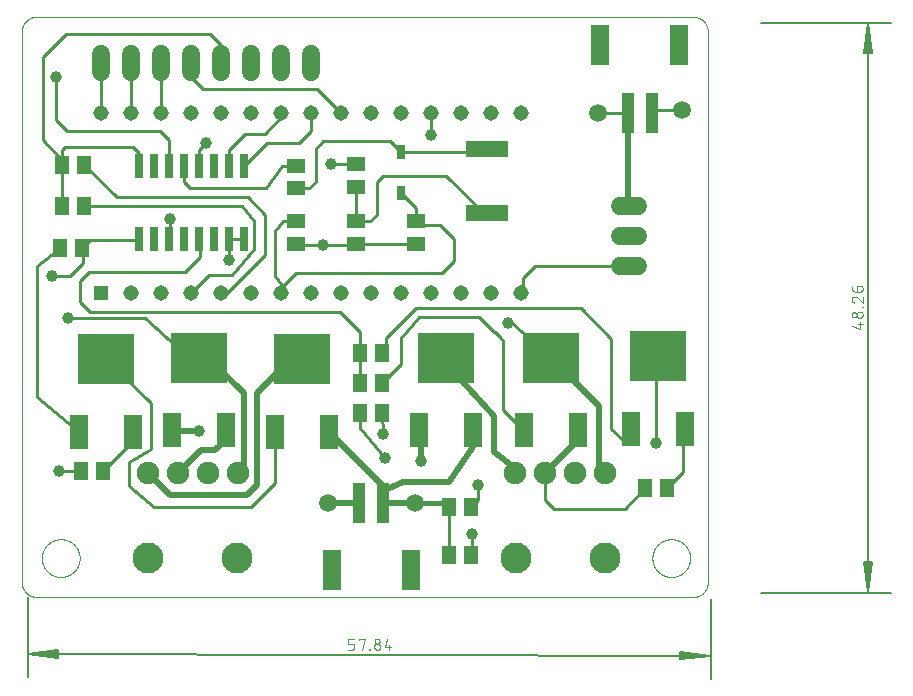
<source format=gtl>
G75*
%MOIN*%
%OFA0B0*%
%FSLAX25Y25*%
%IPPOS*%
%LPD*%
%AMOC8*
5,1,8,0,0,1.08239X$1,22.5*
%
%ADD10C,0.00000*%
%ADD11C,0.00512*%
%ADD12C,0.00300*%
%ADD13R,0.02953X0.04724*%
%ADD14R,0.05150X0.05150*%
%ADD15C,0.05150*%
%ADD16C,0.06000*%
%ADD17R,0.05906X0.05118*%
%ADD18C,0.07480*%
%ADD19C,0.10335*%
%ADD20R,0.14016X0.05512*%
%ADD21R,0.02600X0.08000*%
%ADD22R,0.06299X0.11811*%
%ADD23R,0.19000X0.16500*%
%ADD24R,0.03937X0.13780*%
%ADD25R,0.05906X0.13386*%
%ADD26R,0.05118X0.05906*%
%ADD27C,0.01000*%
%ADD28C,0.03962*%
%ADD29C,0.02000*%
%ADD30C,0.05906*%
%ADD31C,0.01600*%
%ADD32C,0.00600*%
D10*
X0025000Y0035000D02*
X0243701Y0035000D01*
X0243841Y0035002D01*
X0243981Y0035008D01*
X0244121Y0035018D01*
X0244261Y0035031D01*
X0244400Y0035049D01*
X0244539Y0035071D01*
X0244676Y0035096D01*
X0244814Y0035125D01*
X0244950Y0035158D01*
X0245085Y0035195D01*
X0245219Y0035236D01*
X0245352Y0035281D01*
X0245484Y0035329D01*
X0245614Y0035381D01*
X0245743Y0035436D01*
X0245870Y0035495D01*
X0245996Y0035558D01*
X0246120Y0035624D01*
X0246241Y0035693D01*
X0246361Y0035766D01*
X0246479Y0035843D01*
X0246594Y0035922D01*
X0246708Y0036005D01*
X0246818Y0036091D01*
X0246927Y0036180D01*
X0247033Y0036272D01*
X0247136Y0036367D01*
X0247237Y0036464D01*
X0247334Y0036565D01*
X0247429Y0036668D01*
X0247521Y0036774D01*
X0247610Y0036883D01*
X0247696Y0036993D01*
X0247779Y0037107D01*
X0247858Y0037222D01*
X0247935Y0037340D01*
X0248008Y0037460D01*
X0248077Y0037581D01*
X0248143Y0037705D01*
X0248206Y0037831D01*
X0248265Y0037958D01*
X0248320Y0038087D01*
X0248372Y0038217D01*
X0248420Y0038349D01*
X0248465Y0038482D01*
X0248506Y0038616D01*
X0248543Y0038751D01*
X0248576Y0038887D01*
X0248605Y0039025D01*
X0248630Y0039162D01*
X0248652Y0039301D01*
X0248670Y0039440D01*
X0248683Y0039580D01*
X0248693Y0039720D01*
X0248699Y0039860D01*
X0248701Y0040000D01*
X0248701Y0223461D01*
X0248699Y0223601D01*
X0248693Y0223741D01*
X0248683Y0223881D01*
X0248670Y0224021D01*
X0248652Y0224160D01*
X0248630Y0224299D01*
X0248605Y0224436D01*
X0248576Y0224574D01*
X0248543Y0224710D01*
X0248506Y0224845D01*
X0248465Y0224979D01*
X0248420Y0225112D01*
X0248372Y0225244D01*
X0248320Y0225374D01*
X0248265Y0225503D01*
X0248206Y0225630D01*
X0248143Y0225756D01*
X0248077Y0225880D01*
X0248008Y0226001D01*
X0247935Y0226121D01*
X0247858Y0226239D01*
X0247779Y0226354D01*
X0247696Y0226468D01*
X0247610Y0226578D01*
X0247521Y0226687D01*
X0247429Y0226793D01*
X0247334Y0226896D01*
X0247237Y0226997D01*
X0247136Y0227094D01*
X0247033Y0227189D01*
X0246927Y0227281D01*
X0246818Y0227370D01*
X0246708Y0227456D01*
X0246594Y0227539D01*
X0246479Y0227618D01*
X0246361Y0227695D01*
X0246241Y0227768D01*
X0246120Y0227837D01*
X0245996Y0227903D01*
X0245870Y0227966D01*
X0245743Y0228025D01*
X0245614Y0228080D01*
X0245484Y0228132D01*
X0245352Y0228180D01*
X0245219Y0228225D01*
X0245085Y0228266D01*
X0244950Y0228303D01*
X0244814Y0228336D01*
X0244676Y0228365D01*
X0244539Y0228390D01*
X0244400Y0228412D01*
X0244261Y0228430D01*
X0244121Y0228443D01*
X0243981Y0228453D01*
X0243841Y0228459D01*
X0243701Y0228461D01*
X0025000Y0228461D01*
X0024860Y0228459D01*
X0024720Y0228453D01*
X0024580Y0228443D01*
X0024440Y0228430D01*
X0024301Y0228412D01*
X0024162Y0228390D01*
X0024025Y0228365D01*
X0023887Y0228336D01*
X0023751Y0228303D01*
X0023616Y0228266D01*
X0023482Y0228225D01*
X0023349Y0228180D01*
X0023217Y0228132D01*
X0023087Y0228080D01*
X0022958Y0228025D01*
X0022831Y0227966D01*
X0022705Y0227903D01*
X0022581Y0227837D01*
X0022460Y0227768D01*
X0022340Y0227695D01*
X0022222Y0227618D01*
X0022107Y0227539D01*
X0021993Y0227456D01*
X0021883Y0227370D01*
X0021774Y0227281D01*
X0021668Y0227189D01*
X0021565Y0227094D01*
X0021464Y0226997D01*
X0021367Y0226896D01*
X0021272Y0226793D01*
X0021180Y0226687D01*
X0021091Y0226578D01*
X0021005Y0226468D01*
X0020922Y0226354D01*
X0020843Y0226239D01*
X0020766Y0226121D01*
X0020693Y0226001D01*
X0020624Y0225880D01*
X0020558Y0225756D01*
X0020495Y0225630D01*
X0020436Y0225503D01*
X0020381Y0225374D01*
X0020329Y0225244D01*
X0020281Y0225112D01*
X0020236Y0224979D01*
X0020195Y0224845D01*
X0020158Y0224710D01*
X0020125Y0224574D01*
X0020096Y0224436D01*
X0020071Y0224299D01*
X0020049Y0224160D01*
X0020031Y0224021D01*
X0020018Y0223881D01*
X0020008Y0223741D01*
X0020002Y0223601D01*
X0020000Y0223461D01*
X0020000Y0040000D01*
X0020002Y0039860D01*
X0020008Y0039720D01*
X0020018Y0039580D01*
X0020031Y0039440D01*
X0020049Y0039301D01*
X0020071Y0039162D01*
X0020096Y0039025D01*
X0020125Y0038887D01*
X0020158Y0038751D01*
X0020195Y0038616D01*
X0020236Y0038482D01*
X0020281Y0038349D01*
X0020329Y0038217D01*
X0020381Y0038087D01*
X0020436Y0037958D01*
X0020495Y0037831D01*
X0020558Y0037705D01*
X0020624Y0037581D01*
X0020693Y0037460D01*
X0020766Y0037340D01*
X0020843Y0037222D01*
X0020922Y0037107D01*
X0021005Y0036993D01*
X0021091Y0036883D01*
X0021180Y0036774D01*
X0021272Y0036668D01*
X0021367Y0036565D01*
X0021464Y0036464D01*
X0021565Y0036367D01*
X0021668Y0036272D01*
X0021774Y0036180D01*
X0021883Y0036091D01*
X0021993Y0036005D01*
X0022107Y0035922D01*
X0022222Y0035843D01*
X0022340Y0035766D01*
X0022460Y0035693D01*
X0022581Y0035624D01*
X0022705Y0035558D01*
X0022831Y0035495D01*
X0022958Y0035436D01*
X0023087Y0035381D01*
X0023217Y0035329D01*
X0023349Y0035281D01*
X0023482Y0035236D01*
X0023616Y0035195D01*
X0023751Y0035158D01*
X0023887Y0035125D01*
X0024025Y0035096D01*
X0024162Y0035071D01*
X0024301Y0035049D01*
X0024440Y0035031D01*
X0024580Y0035018D01*
X0024720Y0035008D01*
X0024860Y0035002D01*
X0025000Y0035000D01*
X0026700Y0048000D02*
X0026702Y0048158D01*
X0026708Y0048317D01*
X0026718Y0048475D01*
X0026732Y0048632D01*
X0026750Y0048790D01*
X0026771Y0048946D01*
X0026797Y0049103D01*
X0026827Y0049258D01*
X0026860Y0049413D01*
X0026898Y0049567D01*
X0026939Y0049720D01*
X0026984Y0049871D01*
X0027033Y0050022D01*
X0027086Y0050171D01*
X0027142Y0050319D01*
X0027203Y0050466D01*
X0027266Y0050611D01*
X0027334Y0050754D01*
X0027405Y0050895D01*
X0027479Y0051035D01*
X0027557Y0051173D01*
X0027639Y0051309D01*
X0027724Y0051442D01*
X0027812Y0051574D01*
X0027903Y0051703D01*
X0027998Y0051830D01*
X0028096Y0051954D01*
X0028197Y0052076D01*
X0028301Y0052196D01*
X0028407Y0052313D01*
X0028517Y0052427D01*
X0028630Y0052538D01*
X0028745Y0052646D01*
X0028864Y0052752D01*
X0028984Y0052854D01*
X0029107Y0052954D01*
X0029233Y0053050D01*
X0029361Y0053143D01*
X0029492Y0053233D01*
X0029624Y0053319D01*
X0029759Y0053402D01*
X0029896Y0053482D01*
X0030035Y0053558D01*
X0030175Y0053631D01*
X0030318Y0053700D01*
X0030462Y0053766D01*
X0030607Y0053828D01*
X0030755Y0053886D01*
X0030903Y0053941D01*
X0031053Y0053992D01*
X0031204Y0054039D01*
X0031357Y0054082D01*
X0031510Y0054121D01*
X0031664Y0054157D01*
X0031819Y0054188D01*
X0031975Y0054216D01*
X0032132Y0054240D01*
X0032289Y0054260D01*
X0032447Y0054276D01*
X0032604Y0054288D01*
X0032763Y0054296D01*
X0032921Y0054300D01*
X0033079Y0054300D01*
X0033237Y0054296D01*
X0033396Y0054288D01*
X0033553Y0054276D01*
X0033711Y0054260D01*
X0033868Y0054240D01*
X0034025Y0054216D01*
X0034181Y0054188D01*
X0034336Y0054157D01*
X0034490Y0054121D01*
X0034643Y0054082D01*
X0034796Y0054039D01*
X0034947Y0053992D01*
X0035097Y0053941D01*
X0035245Y0053886D01*
X0035393Y0053828D01*
X0035538Y0053766D01*
X0035682Y0053700D01*
X0035825Y0053631D01*
X0035965Y0053558D01*
X0036104Y0053482D01*
X0036241Y0053402D01*
X0036376Y0053319D01*
X0036508Y0053233D01*
X0036639Y0053143D01*
X0036767Y0053050D01*
X0036893Y0052954D01*
X0037016Y0052854D01*
X0037136Y0052752D01*
X0037255Y0052646D01*
X0037370Y0052538D01*
X0037483Y0052427D01*
X0037593Y0052313D01*
X0037699Y0052196D01*
X0037803Y0052076D01*
X0037904Y0051954D01*
X0038002Y0051830D01*
X0038097Y0051703D01*
X0038188Y0051574D01*
X0038276Y0051442D01*
X0038361Y0051309D01*
X0038443Y0051173D01*
X0038521Y0051035D01*
X0038595Y0050895D01*
X0038666Y0050754D01*
X0038734Y0050611D01*
X0038797Y0050466D01*
X0038858Y0050319D01*
X0038914Y0050171D01*
X0038967Y0050022D01*
X0039016Y0049871D01*
X0039061Y0049720D01*
X0039102Y0049567D01*
X0039140Y0049413D01*
X0039173Y0049258D01*
X0039203Y0049103D01*
X0039229Y0048946D01*
X0039250Y0048790D01*
X0039268Y0048632D01*
X0039282Y0048475D01*
X0039292Y0048317D01*
X0039298Y0048158D01*
X0039300Y0048000D01*
X0039298Y0047842D01*
X0039292Y0047683D01*
X0039282Y0047525D01*
X0039268Y0047368D01*
X0039250Y0047210D01*
X0039229Y0047054D01*
X0039203Y0046897D01*
X0039173Y0046742D01*
X0039140Y0046587D01*
X0039102Y0046433D01*
X0039061Y0046280D01*
X0039016Y0046129D01*
X0038967Y0045978D01*
X0038914Y0045829D01*
X0038858Y0045681D01*
X0038797Y0045534D01*
X0038734Y0045389D01*
X0038666Y0045246D01*
X0038595Y0045105D01*
X0038521Y0044965D01*
X0038443Y0044827D01*
X0038361Y0044691D01*
X0038276Y0044558D01*
X0038188Y0044426D01*
X0038097Y0044297D01*
X0038002Y0044170D01*
X0037904Y0044046D01*
X0037803Y0043924D01*
X0037699Y0043804D01*
X0037593Y0043687D01*
X0037483Y0043573D01*
X0037370Y0043462D01*
X0037255Y0043354D01*
X0037136Y0043248D01*
X0037016Y0043146D01*
X0036893Y0043046D01*
X0036767Y0042950D01*
X0036639Y0042857D01*
X0036508Y0042767D01*
X0036376Y0042681D01*
X0036241Y0042598D01*
X0036104Y0042518D01*
X0035965Y0042442D01*
X0035825Y0042369D01*
X0035682Y0042300D01*
X0035538Y0042234D01*
X0035393Y0042172D01*
X0035245Y0042114D01*
X0035097Y0042059D01*
X0034947Y0042008D01*
X0034796Y0041961D01*
X0034643Y0041918D01*
X0034490Y0041879D01*
X0034336Y0041843D01*
X0034181Y0041812D01*
X0034025Y0041784D01*
X0033868Y0041760D01*
X0033711Y0041740D01*
X0033553Y0041724D01*
X0033396Y0041712D01*
X0033237Y0041704D01*
X0033079Y0041700D01*
X0032921Y0041700D01*
X0032763Y0041704D01*
X0032604Y0041712D01*
X0032447Y0041724D01*
X0032289Y0041740D01*
X0032132Y0041760D01*
X0031975Y0041784D01*
X0031819Y0041812D01*
X0031664Y0041843D01*
X0031510Y0041879D01*
X0031357Y0041918D01*
X0031204Y0041961D01*
X0031053Y0042008D01*
X0030903Y0042059D01*
X0030755Y0042114D01*
X0030607Y0042172D01*
X0030462Y0042234D01*
X0030318Y0042300D01*
X0030175Y0042369D01*
X0030035Y0042442D01*
X0029896Y0042518D01*
X0029759Y0042598D01*
X0029624Y0042681D01*
X0029492Y0042767D01*
X0029361Y0042857D01*
X0029233Y0042950D01*
X0029107Y0043046D01*
X0028984Y0043146D01*
X0028864Y0043248D01*
X0028745Y0043354D01*
X0028630Y0043462D01*
X0028517Y0043573D01*
X0028407Y0043687D01*
X0028301Y0043804D01*
X0028197Y0043924D01*
X0028096Y0044046D01*
X0027998Y0044170D01*
X0027903Y0044297D01*
X0027812Y0044426D01*
X0027724Y0044558D01*
X0027639Y0044691D01*
X0027557Y0044827D01*
X0027479Y0044965D01*
X0027405Y0045105D01*
X0027334Y0045246D01*
X0027266Y0045389D01*
X0027203Y0045534D01*
X0027142Y0045681D01*
X0027086Y0045829D01*
X0027033Y0045978D01*
X0026984Y0046129D01*
X0026939Y0046280D01*
X0026898Y0046433D01*
X0026860Y0046587D01*
X0026827Y0046742D01*
X0026797Y0046897D01*
X0026771Y0047054D01*
X0026750Y0047210D01*
X0026732Y0047368D01*
X0026718Y0047525D01*
X0026708Y0047683D01*
X0026702Y0047842D01*
X0026700Y0048000D01*
X0230200Y0048000D02*
X0230202Y0048158D01*
X0230208Y0048317D01*
X0230218Y0048475D01*
X0230232Y0048632D01*
X0230250Y0048790D01*
X0230271Y0048946D01*
X0230297Y0049103D01*
X0230327Y0049258D01*
X0230360Y0049413D01*
X0230398Y0049567D01*
X0230439Y0049720D01*
X0230484Y0049871D01*
X0230533Y0050022D01*
X0230586Y0050171D01*
X0230642Y0050319D01*
X0230703Y0050466D01*
X0230766Y0050611D01*
X0230834Y0050754D01*
X0230905Y0050895D01*
X0230979Y0051035D01*
X0231057Y0051173D01*
X0231139Y0051309D01*
X0231224Y0051442D01*
X0231312Y0051574D01*
X0231403Y0051703D01*
X0231498Y0051830D01*
X0231596Y0051954D01*
X0231697Y0052076D01*
X0231801Y0052196D01*
X0231907Y0052313D01*
X0232017Y0052427D01*
X0232130Y0052538D01*
X0232245Y0052646D01*
X0232364Y0052752D01*
X0232484Y0052854D01*
X0232607Y0052954D01*
X0232733Y0053050D01*
X0232861Y0053143D01*
X0232992Y0053233D01*
X0233124Y0053319D01*
X0233259Y0053402D01*
X0233396Y0053482D01*
X0233535Y0053558D01*
X0233675Y0053631D01*
X0233818Y0053700D01*
X0233962Y0053766D01*
X0234107Y0053828D01*
X0234255Y0053886D01*
X0234403Y0053941D01*
X0234553Y0053992D01*
X0234704Y0054039D01*
X0234857Y0054082D01*
X0235010Y0054121D01*
X0235164Y0054157D01*
X0235319Y0054188D01*
X0235475Y0054216D01*
X0235632Y0054240D01*
X0235789Y0054260D01*
X0235947Y0054276D01*
X0236104Y0054288D01*
X0236263Y0054296D01*
X0236421Y0054300D01*
X0236579Y0054300D01*
X0236737Y0054296D01*
X0236896Y0054288D01*
X0237053Y0054276D01*
X0237211Y0054260D01*
X0237368Y0054240D01*
X0237525Y0054216D01*
X0237681Y0054188D01*
X0237836Y0054157D01*
X0237990Y0054121D01*
X0238143Y0054082D01*
X0238296Y0054039D01*
X0238447Y0053992D01*
X0238597Y0053941D01*
X0238745Y0053886D01*
X0238893Y0053828D01*
X0239038Y0053766D01*
X0239182Y0053700D01*
X0239325Y0053631D01*
X0239465Y0053558D01*
X0239604Y0053482D01*
X0239741Y0053402D01*
X0239876Y0053319D01*
X0240008Y0053233D01*
X0240139Y0053143D01*
X0240267Y0053050D01*
X0240393Y0052954D01*
X0240516Y0052854D01*
X0240636Y0052752D01*
X0240755Y0052646D01*
X0240870Y0052538D01*
X0240983Y0052427D01*
X0241093Y0052313D01*
X0241199Y0052196D01*
X0241303Y0052076D01*
X0241404Y0051954D01*
X0241502Y0051830D01*
X0241597Y0051703D01*
X0241688Y0051574D01*
X0241776Y0051442D01*
X0241861Y0051309D01*
X0241943Y0051173D01*
X0242021Y0051035D01*
X0242095Y0050895D01*
X0242166Y0050754D01*
X0242234Y0050611D01*
X0242297Y0050466D01*
X0242358Y0050319D01*
X0242414Y0050171D01*
X0242467Y0050022D01*
X0242516Y0049871D01*
X0242561Y0049720D01*
X0242602Y0049567D01*
X0242640Y0049413D01*
X0242673Y0049258D01*
X0242703Y0049103D01*
X0242729Y0048946D01*
X0242750Y0048790D01*
X0242768Y0048632D01*
X0242782Y0048475D01*
X0242792Y0048317D01*
X0242798Y0048158D01*
X0242800Y0048000D01*
X0242798Y0047842D01*
X0242792Y0047683D01*
X0242782Y0047525D01*
X0242768Y0047368D01*
X0242750Y0047210D01*
X0242729Y0047054D01*
X0242703Y0046897D01*
X0242673Y0046742D01*
X0242640Y0046587D01*
X0242602Y0046433D01*
X0242561Y0046280D01*
X0242516Y0046129D01*
X0242467Y0045978D01*
X0242414Y0045829D01*
X0242358Y0045681D01*
X0242297Y0045534D01*
X0242234Y0045389D01*
X0242166Y0045246D01*
X0242095Y0045105D01*
X0242021Y0044965D01*
X0241943Y0044827D01*
X0241861Y0044691D01*
X0241776Y0044558D01*
X0241688Y0044426D01*
X0241597Y0044297D01*
X0241502Y0044170D01*
X0241404Y0044046D01*
X0241303Y0043924D01*
X0241199Y0043804D01*
X0241093Y0043687D01*
X0240983Y0043573D01*
X0240870Y0043462D01*
X0240755Y0043354D01*
X0240636Y0043248D01*
X0240516Y0043146D01*
X0240393Y0043046D01*
X0240267Y0042950D01*
X0240139Y0042857D01*
X0240008Y0042767D01*
X0239876Y0042681D01*
X0239741Y0042598D01*
X0239604Y0042518D01*
X0239465Y0042442D01*
X0239325Y0042369D01*
X0239182Y0042300D01*
X0239038Y0042234D01*
X0238893Y0042172D01*
X0238745Y0042114D01*
X0238597Y0042059D01*
X0238447Y0042008D01*
X0238296Y0041961D01*
X0238143Y0041918D01*
X0237990Y0041879D01*
X0237836Y0041843D01*
X0237681Y0041812D01*
X0237525Y0041784D01*
X0237368Y0041760D01*
X0237211Y0041740D01*
X0237053Y0041724D01*
X0236896Y0041712D01*
X0236737Y0041704D01*
X0236579Y0041700D01*
X0236421Y0041700D01*
X0236263Y0041704D01*
X0236104Y0041712D01*
X0235947Y0041724D01*
X0235789Y0041740D01*
X0235632Y0041760D01*
X0235475Y0041784D01*
X0235319Y0041812D01*
X0235164Y0041843D01*
X0235010Y0041879D01*
X0234857Y0041918D01*
X0234704Y0041961D01*
X0234553Y0042008D01*
X0234403Y0042059D01*
X0234255Y0042114D01*
X0234107Y0042172D01*
X0233962Y0042234D01*
X0233818Y0042300D01*
X0233675Y0042369D01*
X0233535Y0042442D01*
X0233396Y0042518D01*
X0233259Y0042598D01*
X0233124Y0042681D01*
X0232992Y0042767D01*
X0232861Y0042857D01*
X0232733Y0042950D01*
X0232607Y0043046D01*
X0232484Y0043146D01*
X0232364Y0043248D01*
X0232245Y0043354D01*
X0232130Y0043462D01*
X0232017Y0043573D01*
X0231907Y0043687D01*
X0231801Y0043804D01*
X0231697Y0043924D01*
X0231596Y0044046D01*
X0231498Y0044170D01*
X0231403Y0044297D01*
X0231312Y0044426D01*
X0231224Y0044558D01*
X0231139Y0044691D01*
X0231057Y0044827D01*
X0230979Y0044965D01*
X0230905Y0045105D01*
X0230834Y0045246D01*
X0230766Y0045389D01*
X0230703Y0045534D01*
X0230642Y0045681D01*
X0230586Y0045829D01*
X0230533Y0045978D01*
X0230484Y0046129D01*
X0230439Y0046280D01*
X0230398Y0046433D01*
X0230360Y0046587D01*
X0230327Y0046742D01*
X0230297Y0046897D01*
X0230271Y0047054D01*
X0230250Y0047210D01*
X0230232Y0047368D01*
X0230218Y0047525D01*
X0230208Y0047683D01*
X0230202Y0047842D01*
X0230200Y0048000D01*
D11*
X0022000Y0035000D02*
X0021941Y0008304D01*
X0022214Y0015980D02*
X0032192Y0014935D01*
X0032192Y0014702D02*
X0022214Y0015980D01*
X0032197Y0016982D01*
X0032197Y0017215D02*
X0032192Y0014702D01*
X0032193Y0015447D02*
X0022214Y0015980D01*
X0032196Y0016470D01*
X0032197Y0017215D02*
X0022214Y0015980D01*
X0249403Y0015482D01*
X0239421Y0014480D01*
X0239420Y0014247D02*
X0249403Y0015482D01*
X0239425Y0016527D01*
X0239426Y0016760D02*
X0239420Y0014247D01*
X0239422Y0014992D02*
X0249403Y0015482D01*
X0239424Y0016015D01*
X0239426Y0016760D02*
X0249403Y0015482D01*
X0249642Y0007804D02*
X0249701Y0034500D01*
X0266500Y0036500D02*
X0309677Y0036500D01*
X0302000Y0036756D02*
X0303024Y0046736D01*
X0303257Y0046736D02*
X0302000Y0036756D01*
X0300976Y0046736D01*
X0300743Y0046736D02*
X0303257Y0046736D01*
X0302512Y0046736D02*
X0302000Y0036756D01*
X0301488Y0046736D01*
X0300743Y0046736D02*
X0302000Y0036756D01*
X0302000Y0226244D01*
X0303024Y0216264D01*
X0303257Y0216264D02*
X0302000Y0226244D01*
X0300976Y0216264D01*
X0300743Y0216264D02*
X0303257Y0216264D01*
X0302512Y0216264D02*
X0302000Y0226244D01*
X0301488Y0216264D01*
X0300743Y0216264D02*
X0302000Y0226244D01*
X0309677Y0226500D02*
X0266500Y0226500D01*
D12*
X0299105Y0138777D02*
X0299310Y0138777D01*
X0299105Y0138776D02*
X0299049Y0138774D01*
X0298993Y0138768D01*
X0298938Y0138759D01*
X0298883Y0138746D01*
X0298830Y0138729D01*
X0298778Y0138708D01*
X0298727Y0138684D01*
X0298678Y0138656D01*
X0298631Y0138626D01*
X0298586Y0138592D01*
X0298544Y0138555D01*
X0298504Y0138515D01*
X0298467Y0138473D01*
X0298433Y0138428D01*
X0298403Y0138381D01*
X0298375Y0138332D01*
X0298351Y0138281D01*
X0298330Y0138229D01*
X0298313Y0138176D01*
X0298300Y0138121D01*
X0298291Y0138066D01*
X0298285Y0138010D01*
X0298283Y0137954D01*
X0298283Y0136721D01*
X0299310Y0136721D01*
X0299373Y0136723D01*
X0299436Y0136729D01*
X0299499Y0136739D01*
X0299561Y0136752D01*
X0299622Y0136769D01*
X0299681Y0136790D01*
X0299740Y0136815D01*
X0299796Y0136843D01*
X0299851Y0136875D01*
X0299904Y0136910D01*
X0299954Y0136948D01*
X0300003Y0136989D01*
X0300048Y0137033D01*
X0300091Y0137080D01*
X0300130Y0137129D01*
X0300167Y0137181D01*
X0300200Y0137235D01*
X0300230Y0137291D01*
X0300257Y0137348D01*
X0300280Y0137407D01*
X0300299Y0137468D01*
X0300314Y0137529D01*
X0300326Y0137591D01*
X0300334Y0137654D01*
X0300338Y0137717D01*
X0300338Y0137781D01*
X0300334Y0137844D01*
X0300326Y0137907D01*
X0300314Y0137969D01*
X0300299Y0138030D01*
X0300280Y0138091D01*
X0300257Y0138150D01*
X0300230Y0138207D01*
X0300200Y0138263D01*
X0300167Y0138317D01*
X0300130Y0138369D01*
X0300091Y0138418D01*
X0300048Y0138465D01*
X0300003Y0138509D01*
X0299954Y0138550D01*
X0299904Y0138588D01*
X0299851Y0138623D01*
X0299796Y0138655D01*
X0299740Y0138683D01*
X0299681Y0138708D01*
X0299622Y0138729D01*
X0299561Y0138746D01*
X0299499Y0138759D01*
X0299436Y0138769D01*
X0299373Y0138775D01*
X0299310Y0138777D01*
X0298283Y0136722D02*
X0298202Y0136724D01*
X0298122Y0136730D01*
X0298042Y0136740D01*
X0297962Y0136754D01*
X0297884Y0136771D01*
X0297806Y0136793D01*
X0297729Y0136818D01*
X0297654Y0136847D01*
X0297580Y0136880D01*
X0297508Y0136916D01*
X0297438Y0136956D01*
X0297370Y0136999D01*
X0297304Y0137046D01*
X0297240Y0137095D01*
X0297179Y0137148D01*
X0297121Y0137204D01*
X0297065Y0137262D01*
X0297012Y0137323D01*
X0296963Y0137387D01*
X0296916Y0137453D01*
X0296873Y0137521D01*
X0296833Y0137591D01*
X0296797Y0137663D01*
X0296764Y0137737D01*
X0296735Y0137812D01*
X0296710Y0137889D01*
X0296688Y0137967D01*
X0296671Y0138045D01*
X0296657Y0138125D01*
X0296647Y0138205D01*
X0296641Y0138285D01*
X0296639Y0138366D01*
X0298283Y0134868D02*
X0300338Y0133121D01*
X0300338Y0135177D01*
X0297461Y0133122D02*
X0297397Y0133145D01*
X0297334Y0133171D01*
X0297273Y0133201D01*
X0297214Y0133234D01*
X0297157Y0133271D01*
X0297102Y0133311D01*
X0297050Y0133354D01*
X0297000Y0133400D01*
X0296952Y0133448D01*
X0296908Y0133499D01*
X0296866Y0133553D01*
X0296828Y0133609D01*
X0296793Y0133667D01*
X0296761Y0133727D01*
X0296733Y0133789D01*
X0296708Y0133852D01*
X0296687Y0133917D01*
X0296670Y0133983D01*
X0296656Y0134049D01*
X0296647Y0134116D01*
X0296641Y0134184D01*
X0296639Y0134252D01*
X0296638Y0134252D02*
X0296640Y0134310D01*
X0296645Y0134368D01*
X0296654Y0134425D01*
X0296667Y0134482D01*
X0296683Y0134538D01*
X0296703Y0134593D01*
X0296726Y0134646D01*
X0296752Y0134698D01*
X0296782Y0134748D01*
X0296815Y0134796D01*
X0296850Y0134842D01*
X0296889Y0134885D01*
X0296930Y0134926D01*
X0296973Y0134965D01*
X0297019Y0135000D01*
X0297067Y0135033D01*
X0297117Y0135063D01*
X0297169Y0135089D01*
X0297222Y0135112D01*
X0297277Y0135132D01*
X0297333Y0135148D01*
X0297390Y0135161D01*
X0297447Y0135170D01*
X0297505Y0135175D01*
X0297563Y0135177D01*
X0297625Y0135175D01*
X0297687Y0135169D01*
X0297748Y0135160D01*
X0297808Y0135146D01*
X0297868Y0135129D01*
X0297926Y0135108D01*
X0297983Y0135084D01*
X0298038Y0135056D01*
X0298092Y0135025D01*
X0298143Y0134990D01*
X0298192Y0134953D01*
X0298239Y0134912D01*
X0298283Y0134869D01*
X0300133Y0131732D02*
X0300338Y0131732D01*
X0300338Y0131526D01*
X0300133Y0131526D01*
X0300133Y0131732D01*
X0299310Y0130137D02*
X0299373Y0130135D01*
X0299436Y0130129D01*
X0299499Y0130119D01*
X0299561Y0130106D01*
X0299622Y0130089D01*
X0299681Y0130068D01*
X0299740Y0130043D01*
X0299796Y0130015D01*
X0299851Y0129983D01*
X0299904Y0129948D01*
X0299954Y0129910D01*
X0300003Y0129869D01*
X0300048Y0129825D01*
X0300091Y0129778D01*
X0300130Y0129729D01*
X0300167Y0129677D01*
X0300200Y0129623D01*
X0300230Y0129567D01*
X0300257Y0129510D01*
X0300280Y0129451D01*
X0300299Y0129390D01*
X0300314Y0129329D01*
X0300326Y0129267D01*
X0300334Y0129204D01*
X0300338Y0129141D01*
X0300338Y0129077D01*
X0300334Y0129014D01*
X0300326Y0128951D01*
X0300314Y0128889D01*
X0300299Y0128828D01*
X0300280Y0128767D01*
X0300257Y0128708D01*
X0300230Y0128651D01*
X0300200Y0128595D01*
X0300167Y0128541D01*
X0300130Y0128489D01*
X0300091Y0128440D01*
X0300048Y0128393D01*
X0300003Y0128349D01*
X0299954Y0128308D01*
X0299904Y0128270D01*
X0299851Y0128235D01*
X0299796Y0128203D01*
X0299740Y0128175D01*
X0299681Y0128150D01*
X0299622Y0128129D01*
X0299561Y0128112D01*
X0299499Y0128099D01*
X0299436Y0128089D01*
X0299373Y0128083D01*
X0299310Y0128081D01*
X0299247Y0128083D01*
X0299184Y0128089D01*
X0299121Y0128099D01*
X0299059Y0128112D01*
X0298998Y0128129D01*
X0298939Y0128150D01*
X0298880Y0128175D01*
X0298824Y0128203D01*
X0298769Y0128235D01*
X0298716Y0128270D01*
X0298666Y0128308D01*
X0298617Y0128349D01*
X0298572Y0128393D01*
X0298529Y0128440D01*
X0298490Y0128489D01*
X0298453Y0128541D01*
X0298420Y0128595D01*
X0298390Y0128651D01*
X0298363Y0128708D01*
X0298340Y0128767D01*
X0298321Y0128828D01*
X0298306Y0128889D01*
X0298294Y0128951D01*
X0298286Y0129014D01*
X0298282Y0129077D01*
X0298282Y0129141D01*
X0298286Y0129204D01*
X0298294Y0129267D01*
X0298306Y0129329D01*
X0298321Y0129390D01*
X0298340Y0129451D01*
X0298363Y0129510D01*
X0298390Y0129567D01*
X0298420Y0129623D01*
X0298453Y0129677D01*
X0298490Y0129729D01*
X0298529Y0129778D01*
X0298572Y0129825D01*
X0298617Y0129869D01*
X0298666Y0129910D01*
X0298716Y0129948D01*
X0298769Y0129983D01*
X0298824Y0130015D01*
X0298880Y0130043D01*
X0298939Y0130068D01*
X0298998Y0130089D01*
X0299059Y0130106D01*
X0299121Y0130119D01*
X0299184Y0130129D01*
X0299247Y0130135D01*
X0299310Y0130137D01*
X0297460Y0129931D02*
X0297516Y0129929D01*
X0297572Y0129923D01*
X0297627Y0129914D01*
X0297682Y0129901D01*
X0297735Y0129884D01*
X0297787Y0129863D01*
X0297838Y0129839D01*
X0297887Y0129811D01*
X0297934Y0129781D01*
X0297979Y0129747D01*
X0298021Y0129710D01*
X0298061Y0129670D01*
X0298098Y0129628D01*
X0298132Y0129583D01*
X0298162Y0129536D01*
X0298190Y0129487D01*
X0298214Y0129436D01*
X0298235Y0129384D01*
X0298252Y0129331D01*
X0298265Y0129276D01*
X0298274Y0129221D01*
X0298280Y0129165D01*
X0298282Y0129109D01*
X0298280Y0129053D01*
X0298274Y0128997D01*
X0298265Y0128942D01*
X0298252Y0128887D01*
X0298235Y0128834D01*
X0298214Y0128782D01*
X0298190Y0128731D01*
X0298162Y0128682D01*
X0298132Y0128635D01*
X0298098Y0128590D01*
X0298061Y0128548D01*
X0298021Y0128508D01*
X0297979Y0128471D01*
X0297934Y0128437D01*
X0297887Y0128407D01*
X0297838Y0128379D01*
X0297787Y0128355D01*
X0297735Y0128334D01*
X0297682Y0128317D01*
X0297627Y0128304D01*
X0297572Y0128295D01*
X0297516Y0128289D01*
X0297460Y0128287D01*
X0297404Y0128289D01*
X0297348Y0128295D01*
X0297293Y0128304D01*
X0297238Y0128317D01*
X0297185Y0128334D01*
X0297133Y0128355D01*
X0297082Y0128379D01*
X0297033Y0128407D01*
X0296986Y0128437D01*
X0296941Y0128471D01*
X0296899Y0128508D01*
X0296859Y0128548D01*
X0296822Y0128590D01*
X0296788Y0128635D01*
X0296758Y0128682D01*
X0296730Y0128731D01*
X0296706Y0128782D01*
X0296685Y0128834D01*
X0296668Y0128887D01*
X0296655Y0128942D01*
X0296646Y0128997D01*
X0296640Y0129053D01*
X0296638Y0129109D01*
X0296640Y0129165D01*
X0296646Y0129221D01*
X0296655Y0129276D01*
X0296668Y0129331D01*
X0296685Y0129384D01*
X0296706Y0129436D01*
X0296730Y0129487D01*
X0296758Y0129536D01*
X0296788Y0129583D01*
X0296822Y0129628D01*
X0296859Y0129670D01*
X0296899Y0129710D01*
X0296941Y0129747D01*
X0296986Y0129781D01*
X0297033Y0129811D01*
X0297082Y0129839D01*
X0297133Y0129863D01*
X0297185Y0129884D01*
X0297238Y0129901D01*
X0297293Y0129914D01*
X0297348Y0129923D01*
X0297404Y0129929D01*
X0297460Y0129931D01*
X0299516Y0126537D02*
X0299516Y0124481D01*
X0296638Y0125303D01*
X0298694Y0125920D02*
X0300338Y0125920D01*
X0143090Y0018205D02*
X0141035Y0018209D01*
X0141862Y0021085D01*
X0142475Y0019029D02*
X0142472Y0017384D01*
X0139491Y0018417D02*
X0139489Y0018354D01*
X0139483Y0018291D01*
X0139473Y0018228D01*
X0139460Y0018167D01*
X0139442Y0018106D01*
X0139421Y0018046D01*
X0139396Y0017988D01*
X0139368Y0017931D01*
X0139336Y0017876D01*
X0139301Y0017824D01*
X0139263Y0017773D01*
X0139221Y0017725D01*
X0139177Y0017680D01*
X0139130Y0017637D01*
X0139081Y0017598D01*
X0139029Y0017561D01*
X0138975Y0017528D01*
X0138920Y0017498D01*
X0138862Y0017472D01*
X0138803Y0017449D01*
X0138743Y0017430D01*
X0138681Y0017414D01*
X0138619Y0017403D01*
X0138556Y0017395D01*
X0138493Y0017391D01*
X0138430Y0017392D01*
X0138366Y0017396D01*
X0138304Y0017403D01*
X0138241Y0017415D01*
X0138180Y0017431D01*
X0138120Y0017450D01*
X0138061Y0017473D01*
X0138003Y0017500D01*
X0137947Y0017530D01*
X0137894Y0017563D01*
X0137842Y0017600D01*
X0137793Y0017639D01*
X0137746Y0017682D01*
X0137702Y0017728D01*
X0137661Y0017776D01*
X0137623Y0017827D01*
X0137588Y0017879D01*
X0137556Y0017934D01*
X0137528Y0017991D01*
X0137504Y0018049D01*
X0137483Y0018109D01*
X0137466Y0018170D01*
X0137452Y0018232D01*
X0137443Y0018294D01*
X0137437Y0018357D01*
X0137435Y0018421D01*
X0137437Y0018484D01*
X0137443Y0018547D01*
X0137453Y0018610D01*
X0137466Y0018671D01*
X0137484Y0018732D01*
X0137505Y0018792D01*
X0137530Y0018850D01*
X0137558Y0018907D01*
X0137590Y0018962D01*
X0137625Y0019014D01*
X0137663Y0019065D01*
X0137705Y0019113D01*
X0137749Y0019158D01*
X0137796Y0019201D01*
X0137845Y0019240D01*
X0137897Y0019277D01*
X0137951Y0019310D01*
X0138006Y0019340D01*
X0138064Y0019366D01*
X0138123Y0019389D01*
X0138183Y0019408D01*
X0138245Y0019424D01*
X0138307Y0019435D01*
X0138370Y0019443D01*
X0138433Y0019447D01*
X0138496Y0019446D01*
X0138560Y0019442D01*
X0138622Y0019435D01*
X0138685Y0019423D01*
X0138746Y0019407D01*
X0138806Y0019388D01*
X0138865Y0019365D01*
X0138923Y0019338D01*
X0138979Y0019308D01*
X0139032Y0019275D01*
X0139084Y0019238D01*
X0139133Y0019199D01*
X0139180Y0019156D01*
X0139224Y0019110D01*
X0139265Y0019062D01*
X0139303Y0019011D01*
X0139338Y0018959D01*
X0139370Y0018904D01*
X0139398Y0018847D01*
X0139422Y0018789D01*
X0139443Y0018729D01*
X0139460Y0018668D01*
X0139474Y0018606D01*
X0139483Y0018544D01*
X0139489Y0018480D01*
X0139491Y0018417D01*
X0139288Y0020268D02*
X0139286Y0020211D01*
X0139280Y0020156D01*
X0139271Y0020100D01*
X0139257Y0020046D01*
X0139240Y0019992D01*
X0139219Y0019940D01*
X0139195Y0019890D01*
X0139168Y0019841D01*
X0139137Y0019794D01*
X0139103Y0019749D01*
X0139066Y0019707D01*
X0139026Y0019667D01*
X0138984Y0019630D01*
X0138939Y0019597D01*
X0138892Y0019566D01*
X0138843Y0019538D01*
X0138792Y0019514D01*
X0138740Y0019494D01*
X0138686Y0019477D01*
X0138632Y0019464D01*
X0138577Y0019454D01*
X0138521Y0019449D01*
X0138465Y0019447D01*
X0138408Y0019449D01*
X0138353Y0019455D01*
X0138297Y0019464D01*
X0138243Y0019478D01*
X0138189Y0019495D01*
X0138137Y0019516D01*
X0138087Y0019540D01*
X0138038Y0019567D01*
X0137991Y0019598D01*
X0137946Y0019632D01*
X0137904Y0019669D01*
X0137864Y0019709D01*
X0137827Y0019751D01*
X0137794Y0019796D01*
X0137763Y0019843D01*
X0137736Y0019892D01*
X0137711Y0019943D01*
X0137691Y0019995D01*
X0137674Y0020049D01*
X0137661Y0020103D01*
X0137651Y0020158D01*
X0137646Y0020214D01*
X0137644Y0020270D01*
X0137646Y0020327D01*
X0137652Y0020382D01*
X0137661Y0020438D01*
X0137675Y0020492D01*
X0137692Y0020546D01*
X0137713Y0020598D01*
X0137737Y0020648D01*
X0137764Y0020697D01*
X0137795Y0020744D01*
X0137829Y0020789D01*
X0137866Y0020831D01*
X0137906Y0020871D01*
X0137948Y0020908D01*
X0137993Y0020941D01*
X0138040Y0020972D01*
X0138089Y0020999D01*
X0138140Y0021024D01*
X0138192Y0021044D01*
X0138246Y0021061D01*
X0138300Y0021074D01*
X0138355Y0021084D01*
X0138411Y0021089D01*
X0138467Y0021091D01*
X0138524Y0021089D01*
X0138579Y0021083D01*
X0138635Y0021074D01*
X0138689Y0021060D01*
X0138743Y0021043D01*
X0138795Y0021022D01*
X0138845Y0020998D01*
X0138894Y0020971D01*
X0138941Y0020940D01*
X0138986Y0020906D01*
X0139028Y0020869D01*
X0139068Y0020829D01*
X0139105Y0020787D01*
X0139138Y0020742D01*
X0139169Y0020695D01*
X0139197Y0020646D01*
X0139221Y0020595D01*
X0139241Y0020543D01*
X0139258Y0020489D01*
X0139271Y0020435D01*
X0139281Y0020380D01*
X0139286Y0020324D01*
X0139288Y0020268D01*
X0136044Y0017601D02*
X0136044Y0017396D01*
X0135838Y0017396D01*
X0135839Y0017601D01*
X0136044Y0017601D01*
X0133421Y0017400D02*
X0134455Y0021098D01*
X0132400Y0021102D01*
X0132399Y0020691D01*
X0130855Y0021105D02*
X0128800Y0021108D01*
X0128797Y0019464D01*
X0130030Y0019462D01*
X0130030Y0019461D02*
X0130087Y0019459D01*
X0130142Y0019453D01*
X0130198Y0019444D01*
X0130252Y0019430D01*
X0130306Y0019413D01*
X0130358Y0019392D01*
X0130408Y0019368D01*
X0130457Y0019341D01*
X0130504Y0019310D01*
X0130549Y0019276D01*
X0130591Y0019239D01*
X0130631Y0019199D01*
X0130668Y0019157D01*
X0130701Y0019112D01*
X0130732Y0019065D01*
X0130760Y0019016D01*
X0130784Y0018965D01*
X0130804Y0018913D01*
X0130821Y0018859D01*
X0130834Y0018805D01*
X0130844Y0018750D01*
X0130849Y0018694D01*
X0130851Y0018638D01*
X0130850Y0018227D01*
X0130848Y0018170D01*
X0130842Y0018115D01*
X0130833Y0018059D01*
X0130819Y0018005D01*
X0130802Y0017951D01*
X0130781Y0017899D01*
X0130757Y0017849D01*
X0130730Y0017800D01*
X0130699Y0017753D01*
X0130665Y0017708D01*
X0130628Y0017666D01*
X0130588Y0017626D01*
X0130546Y0017589D01*
X0130501Y0017556D01*
X0130454Y0017525D01*
X0130405Y0017497D01*
X0130354Y0017473D01*
X0130302Y0017453D01*
X0130248Y0017436D01*
X0130194Y0017423D01*
X0130139Y0017413D01*
X0130083Y0017408D01*
X0130027Y0017406D01*
X0128793Y0017408D01*
D13*
X0146500Y0169807D03*
X0146500Y0183193D03*
D14*
X0046500Y0136500D03*
D15*
X0056500Y0136500D03*
X0066500Y0136500D03*
X0076500Y0136500D03*
X0086500Y0136500D03*
X0096500Y0136500D03*
X0106500Y0136500D03*
X0116500Y0136500D03*
X0126500Y0136500D03*
X0136500Y0136500D03*
X0146500Y0136500D03*
X0156500Y0136500D03*
X0166500Y0136500D03*
X0176500Y0136500D03*
X0186500Y0136500D03*
X0186500Y0196500D03*
X0176500Y0196500D03*
X0166500Y0196500D03*
X0156500Y0196500D03*
X0146500Y0196500D03*
X0136500Y0196500D03*
X0126500Y0196500D03*
X0116500Y0196500D03*
X0106500Y0196500D03*
X0096500Y0196500D03*
X0086500Y0196500D03*
X0076500Y0196500D03*
X0066500Y0196500D03*
X0056500Y0196500D03*
X0046500Y0196500D03*
D16*
X0046500Y0210000D02*
X0046500Y0216000D01*
X0056500Y0216000D02*
X0056500Y0210000D01*
X0066500Y0210000D02*
X0066500Y0216000D01*
X0076500Y0216000D02*
X0076500Y0210000D01*
X0086500Y0210000D02*
X0086500Y0216000D01*
X0096500Y0216000D02*
X0096500Y0210000D01*
X0106500Y0210000D02*
X0106500Y0216000D01*
X0116500Y0216000D02*
X0116500Y0210000D01*
X0219500Y0165500D02*
X0225500Y0165500D01*
X0225500Y0155500D02*
X0219500Y0155500D01*
X0219500Y0145500D02*
X0225500Y0145500D01*
D17*
X0151500Y0152760D03*
X0151500Y0160240D03*
X0131500Y0160240D03*
X0131500Y0152760D03*
X0111500Y0152760D03*
X0111500Y0160240D03*
X0111500Y0171260D03*
X0111500Y0178740D03*
X0131500Y0179240D03*
X0131500Y0171760D03*
D18*
X0092000Y0076366D03*
X0082000Y0076366D03*
X0072000Y0076366D03*
X0062000Y0076366D03*
X0184500Y0076366D03*
X0194500Y0076366D03*
X0204500Y0076366D03*
X0214500Y0076366D03*
D19*
X0214264Y0048098D03*
X0184736Y0048098D03*
X0091764Y0048098D03*
X0062236Y0048098D03*
D20*
X0175000Y0163004D03*
X0175000Y0184500D03*
D21*
X0094000Y0178600D03*
X0089000Y0178600D03*
X0084000Y0178600D03*
X0079000Y0178600D03*
X0074000Y0178600D03*
X0069000Y0178600D03*
X0064000Y0178600D03*
X0059000Y0178600D03*
X0059000Y0154400D03*
X0064000Y0154400D03*
X0069000Y0154400D03*
X0074000Y0154400D03*
X0079000Y0154400D03*
X0084000Y0154400D03*
X0089000Y0154400D03*
X0094000Y0154400D03*
D22*
X0087976Y0090594D03*
X0104524Y0090094D03*
X0122476Y0090094D03*
X0152524Y0090594D03*
X0170476Y0090594D03*
X0187524Y0090594D03*
X0205476Y0090594D03*
X0223024Y0091094D03*
X0240976Y0091094D03*
X0070024Y0090594D03*
X0056976Y0090094D03*
X0039024Y0090094D03*
D23*
X0048000Y0114252D03*
X0079000Y0114752D03*
X0113500Y0114252D03*
X0161500Y0114752D03*
X0196500Y0114752D03*
X0232000Y0115252D03*
D24*
X0140437Y0066500D03*
X0132563Y0066500D03*
X0222063Y0196500D03*
X0229937Y0196500D03*
D25*
X0239189Y0219138D03*
X0212811Y0219138D03*
X0149689Y0043862D03*
X0123311Y0043862D03*
D26*
X0162260Y0049000D03*
X0169740Y0049000D03*
X0169740Y0065000D03*
X0162260Y0065000D03*
X0140240Y0096500D03*
X0132760Y0096500D03*
X0132760Y0106500D03*
X0140240Y0106500D03*
X0140240Y0116500D03*
X0132760Y0116500D03*
X0047240Y0077000D03*
X0039760Y0077000D03*
X0040240Y0151500D03*
X0032760Y0151500D03*
X0033260Y0165500D03*
X0040740Y0165500D03*
X0040740Y0179000D03*
X0033260Y0179000D03*
X0227760Y0071500D03*
X0235240Y0071500D03*
D27*
X0240460Y0076720D01*
X0240460Y0087069D01*
X0240976Y0091094D01*
X0231500Y0086500D02*
X0231500Y0114332D01*
X0230945Y0114887D01*
X0233500Y0115252D01*
X0232000Y0115252D02*
X0230945Y0114887D01*
X0216500Y0121000D02*
X0216500Y0091000D01*
X0221500Y0086500D01*
X0221500Y0090118D01*
X0223024Y0091094D01*
X0226500Y0071500D02*
X0227760Y0071500D01*
X0227760Y0071260D01*
X0221000Y0064500D01*
X0197500Y0064500D01*
X0194500Y0067500D01*
X0194500Y0076366D01*
X0186500Y0091500D02*
X0186550Y0091650D01*
X0187000Y0093000D01*
X0186500Y0091500D02*
X0180500Y0097500D01*
X0180500Y0120500D01*
X0179250Y0121750D01*
X0177750Y0123250D01*
X0177500Y0123500D02*
X0172500Y0128500D01*
X0152500Y0128500D01*
X0146500Y0121500D01*
X0146500Y0112760D01*
X0140240Y0106500D01*
X0132760Y0106500D02*
X0132760Y0116500D01*
X0132760Y0123240D01*
X0126000Y0130000D01*
X0061763Y0130000D01*
X0061663Y0130100D01*
X0061639Y0130122D01*
X0042878Y0130122D01*
X0039500Y0133500D01*
X0039500Y0140500D01*
X0042500Y0143500D01*
X0074500Y0143500D01*
X0079500Y0148500D01*
X0079500Y0151500D01*
X0079000Y0152000D01*
X0079000Y0154400D01*
X0069500Y0154900D02*
X0069500Y0161000D01*
X0069500Y0154900D02*
X0069000Y0154400D01*
X0059000Y0154000D02*
X0042740Y0154000D01*
X0040240Y0151500D01*
X0040500Y0151240D01*
X0040500Y0146500D01*
X0036000Y0142000D01*
X0030000Y0142000D01*
X0025000Y0145240D02*
X0025000Y0101618D01*
X0039024Y0090094D01*
X0039760Y0077000D02*
X0032500Y0077000D01*
X0047240Y0077000D02*
X0056500Y0086260D01*
X0056500Y0089000D01*
X0056500Y0089571D01*
X0056976Y0090094D01*
X0056500Y0089000D02*
X0056500Y0086500D01*
X0055660Y0079871D02*
X0063000Y0084211D01*
X0063000Y0099752D01*
X0048000Y0114252D01*
X0035500Y0128000D02*
X0061000Y0128000D01*
X0075748Y0114752D01*
X0079000Y0114752D01*
X0076500Y0136500D02*
X0082500Y0142500D01*
X0090000Y0142500D01*
X0097500Y0151000D01*
X0097500Y0160500D01*
X0093500Y0165500D01*
X0040740Y0165500D01*
X0033260Y0165500D02*
X0033260Y0179000D01*
X0033500Y0179240D01*
X0033500Y0184000D01*
X0034500Y0185000D01*
X0057000Y0185000D01*
X0059000Y0183000D01*
X0059000Y0178600D01*
X0069000Y0178600D02*
X0069000Y0187500D01*
X0066000Y0190500D01*
X0035000Y0190500D01*
X0031500Y0194000D01*
X0031500Y0208500D01*
X0027000Y0215000D02*
X0027000Y0187260D01*
X0033130Y0181130D01*
X0033130Y0179130D01*
X0032760Y0177000D01*
X0033260Y0179000D02*
X0033130Y0179130D01*
X0040740Y0179000D02*
X0051740Y0168500D01*
X0095500Y0168500D01*
X0101000Y0162500D01*
X0101000Y0149000D01*
X0088500Y0136500D01*
X0086500Y0136500D01*
X0089000Y0147500D02*
X0089000Y0154400D01*
X0094000Y0154400D01*
X0104500Y0157000D02*
X0107240Y0160240D01*
X0111500Y0160240D01*
X0111500Y0159827D01*
X0111500Y0160240D02*
X0112500Y0160240D01*
X0111500Y0152760D02*
X0111500Y0152500D01*
X0120500Y0152500D01*
X0131500Y0152500D01*
X0131500Y0152760D01*
X0151500Y0152760D01*
X0152740Y0159000D02*
X0151500Y0160240D01*
X0151500Y0164807D01*
X0146500Y0169807D01*
X0140500Y0175500D02*
X0161500Y0175500D01*
X0173996Y0163004D01*
X0175000Y0163004D01*
X0164000Y0154500D02*
X0159500Y0159000D01*
X0152740Y0159000D01*
X0164000Y0154500D02*
X0164000Y0147000D01*
X0160000Y0143000D01*
X0111500Y0143000D01*
X0106500Y0138000D01*
X0106500Y0136500D01*
X0106500Y0139500D01*
X0104500Y0142000D01*
X0104500Y0157000D01*
X0101500Y0171500D02*
X0106740Y0178740D01*
X0111500Y0178740D01*
X0118000Y0173500D02*
X0115760Y0171260D01*
X0111500Y0171260D01*
X0118000Y0173500D02*
X0118000Y0184500D01*
X0120500Y0187000D01*
X0142693Y0187000D01*
X0146500Y0183193D01*
X0173693Y0183193D01*
X0175000Y0184500D01*
X0156500Y0189000D02*
X0156500Y0196500D01*
X0131500Y0179240D02*
X0123760Y0179240D01*
X0123000Y0179500D01*
X0131500Y0171760D02*
X0131500Y0160240D01*
X0136240Y0160240D01*
X0138500Y0162500D01*
X0138500Y0173500D01*
X0140500Y0175500D01*
X0116500Y0190500D02*
X0116500Y0196500D01*
X0116500Y0190500D02*
X0112500Y0186500D01*
X0101900Y0186500D01*
X0094000Y0178600D01*
X0089000Y0178600D02*
X0089000Y0184000D01*
X0094500Y0189500D01*
X0101000Y0189500D01*
X0106500Y0195000D01*
X0106500Y0196500D01*
X0118500Y0204500D02*
X0126500Y0196500D01*
X0118500Y0204500D02*
X0080500Y0204500D01*
X0076500Y0208500D01*
X0076500Y0213000D01*
X0086500Y0213000D02*
X0086500Y0219000D01*
X0082674Y0222826D01*
X0034826Y0222826D01*
X0027000Y0215000D01*
X0046500Y0213000D02*
X0046500Y0196500D01*
X0056500Y0196500D02*
X0056500Y0213000D01*
X0066500Y0213000D02*
X0066500Y0196500D01*
X0079000Y0184000D02*
X0081500Y0186500D01*
X0079000Y0184000D02*
X0079000Y0178600D01*
X0074000Y0178600D02*
X0074000Y0173500D01*
X0076000Y0171500D01*
X0101500Y0171500D01*
X0089000Y0178600D02*
X0089000Y0180500D01*
X0089000Y0180456D02*
X0089000Y0178600D01*
X0032760Y0151500D02*
X0025000Y0145240D01*
X0079000Y0090594D02*
X0079000Y0090500D01*
X0079311Y0090500D01*
X0079406Y0090594D01*
X0079500Y0090500D01*
X0092366Y0077366D02*
X0092000Y0076366D01*
X0096500Y0065000D02*
X0104500Y0073000D01*
X0104500Y0089008D01*
X0104038Y0089470D01*
X0104524Y0090094D01*
X0104038Y0089470D02*
X0102524Y0087524D01*
X0096500Y0065000D02*
X0064021Y0065000D01*
X0055660Y0071861D01*
X0055660Y0079871D01*
X0132760Y0091240D02*
X0141000Y0081500D01*
X0140500Y0089500D02*
X0140240Y0096500D01*
X0141500Y0095240D01*
X0132760Y0096500D02*
X0132760Y0091240D01*
X0159500Y0113000D02*
X0160500Y0114000D01*
X0161252Y0114752D01*
X0161500Y0114752D01*
X0161500Y0116500D01*
X0161000Y0113000D02*
X0159500Y0113000D01*
X0141500Y0117760D02*
X0141500Y0121500D01*
X0151500Y0131500D01*
X0206500Y0131500D01*
X0216500Y0121000D01*
X0196500Y0114752D02*
X0183252Y0126500D01*
X0182000Y0126500D01*
X0186500Y0136500D02*
X0187000Y0137000D01*
X0187000Y0141500D01*
X0191000Y0145500D01*
X0222500Y0145500D01*
X0222500Y0165500D02*
X0222250Y0165750D01*
X0222000Y0196500D02*
X0218500Y0196500D01*
X0212000Y0196500D01*
X0229937Y0196500D02*
X0230937Y0197500D01*
X0240000Y0197500D01*
X0141500Y0117760D02*
X0140240Y0116500D01*
X0172000Y0072500D02*
X0172000Y0067260D01*
X0169740Y0065000D01*
X0171500Y0063240D01*
X0170000Y0056000D02*
X0170000Y0051260D01*
X0169740Y0049000D01*
X0162260Y0049000D02*
X0162260Y0065000D01*
X0161260Y0064000D01*
D28*
X0170000Y0056000D03*
X0172000Y0072500D03*
X0153000Y0080500D03*
X0141000Y0081500D03*
X0140500Y0089500D03*
X0182000Y0126500D03*
X0231500Y0086500D03*
X0120500Y0152500D03*
X0089000Y0147500D03*
X0069500Y0161000D03*
X0081500Y0186500D03*
X0123000Y0179500D03*
X0156500Y0189000D03*
X0035500Y0128000D03*
X0030000Y0142000D03*
X0079000Y0090500D03*
X0032500Y0077000D03*
X0031500Y0208500D03*
D29*
X0079000Y0114752D02*
X0082248Y0114752D01*
X0094000Y0103000D01*
X0094000Y0078366D01*
X0092000Y0076366D01*
X0098500Y0072500D02*
X0098500Y0103000D01*
X0110032Y0114532D01*
X0111121Y0114532D01*
X0113500Y0114252D01*
X0111121Y0114532D02*
X0109252Y0114752D01*
X0087976Y0090594D02*
X0087976Y0087476D01*
X0084500Y0084000D01*
X0079634Y0084000D01*
X0072000Y0076366D01*
X0069366Y0069000D02*
X0095000Y0069000D01*
X0098500Y0072500D01*
X0122000Y0066500D02*
X0132563Y0066500D01*
X0140437Y0070437D02*
X0140435Y0070561D01*
X0140430Y0070684D01*
X0140420Y0070808D01*
X0140407Y0070931D01*
X0140390Y0071053D01*
X0140370Y0071176D01*
X0140346Y0071297D01*
X0140318Y0071417D01*
X0140287Y0071537D01*
X0140251Y0071656D01*
X0140213Y0071773D01*
X0140171Y0071890D01*
X0140125Y0072005D01*
X0140076Y0072118D01*
X0140024Y0072231D01*
X0139968Y0072341D01*
X0139909Y0072450D01*
X0139846Y0072557D01*
X0139781Y0072661D01*
X0139712Y0072764D01*
X0139640Y0072865D01*
X0139565Y0072964D01*
X0139487Y0073060D01*
X0139407Y0073154D01*
X0139323Y0073245D01*
X0139237Y0073334D01*
X0122476Y0090094D01*
X0140437Y0070437D02*
X0140437Y0066500D01*
X0151000Y0066500D01*
X0147000Y0073500D02*
X0140437Y0070437D01*
X0147000Y0073500D02*
X0162500Y0073500D01*
X0170476Y0084976D01*
X0170476Y0090594D01*
X0171500Y0089571D01*
X0177500Y0095500D02*
X0177500Y0083500D01*
X0184500Y0078000D01*
X0184500Y0076366D01*
X0194500Y0076366D02*
X0205476Y0087343D01*
X0205476Y0090594D01*
X0212500Y0098752D02*
X0212500Y0078366D01*
X0214500Y0076366D01*
X0212500Y0098752D02*
X0196500Y0114752D01*
X0177500Y0095500D02*
X0160500Y0114000D01*
X0152524Y0090594D02*
X0152524Y0086976D01*
X0153000Y0086500D01*
X0153000Y0080500D01*
X0079000Y0090500D02*
X0070118Y0090500D01*
X0070024Y0090594D01*
X0062000Y0076366D02*
X0069366Y0069000D01*
X0222063Y0165937D02*
X0222250Y0165750D01*
X0222063Y0165937D02*
X0222063Y0195500D01*
D30*
X0212000Y0196500D03*
X0240000Y0197500D03*
X0151000Y0066500D03*
X0122000Y0066500D03*
D31*
X0151000Y0066500D02*
X0160760Y0066500D01*
X0162260Y0065000D01*
D32*
X0187524Y0090594D02*
X0186550Y0091568D01*
X0186550Y0091650D01*
X0179250Y0121750D02*
X0177500Y0123500D01*
X0178100Y0122900D01*
X0218500Y0196500D02*
X0222063Y0196500D01*
X0222063Y0195500D01*
X0059000Y0154400D02*
X0059000Y0154000D01*
M02*

</source>
